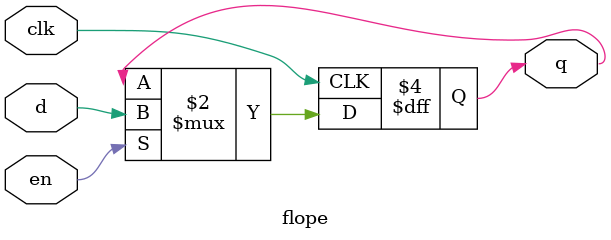
<source format=sv>
module flope #(
    parameter int Width = 1
)(
    input logic clk,
    input logic en,
    input logic[Width-1:0] d,
    output logic[Width-1:0] q
);
    always_ff @(posedge clk) begin
        if (en)
            q <= d; 
    end
endmodule

</source>
